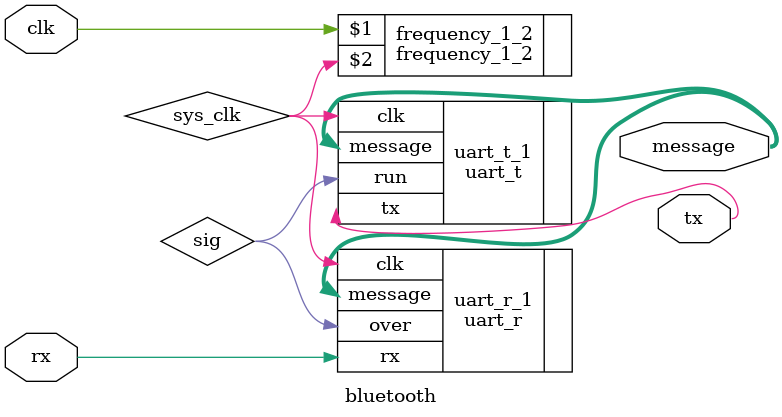
<source format=v>
`timescale 1ns / 1ps


module bluetooth(
    clk,rx,tx,message
);
    input clk;  //（50MHz）
    input rx;   //rx对应蓝牙模块的tx
    output tx;  //tx对应蓝牙模块的rx
    output [7:0] message;    //message为读入的数据

    wire sig;  //sig是读入的完成信号，下降沿表示读入完成，同时作为输出的开始信号
    wire sys_clk;
    frequency_1_2 frequency_1_2(clk, sys_clk);
    uart_r uart_r_1(.clk(sys_clk),.rx(rx),.message(message),.over(sig));        //读入
    uart_t uart_t_1(.clk(sys_clk),.tx(tx),.message(message),.run(sig));         //输出

endmodule

</source>
